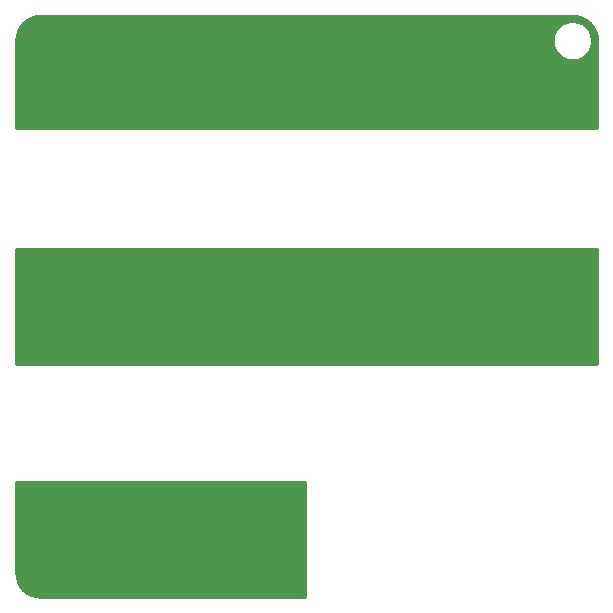
<source format=gtl>
%TF.GenerationSoftware,KiCad,Pcbnew,(5.1.10)-1*%
%TF.CreationDate,2021-10-09T18:12:54+02:00*%
%TF.ProjectId,ColorTest,436f6c6f-7254-4657-9374-2e6b69636164,rev?*%
%TF.SameCoordinates,Original*%
%TF.FileFunction,Copper,L1,Top*%
%TF.FilePolarity,Positive*%
%FSLAX46Y46*%
G04 Gerber Fmt 4.6, Leading zero omitted, Abs format (unit mm)*
G04 Created by KiCad (PCBNEW (5.1.10)-1) date 2021-10-09 18:12:54*
%MOMM*%
%LPD*%
G01*
G04 APERTURE LIST*
%TA.AperFunction,NonConductor*%
%ADD10C,0.254000*%
%TD*%
%TA.AperFunction,NonConductor*%
%ADD11C,0.100000*%
%TD*%
G04 APERTURE END LIST*
D10*
X74873000Y-99594000D02*
X52519854Y-99594000D01*
X52093654Y-99552211D01*
X51702781Y-99434199D01*
X51342274Y-99242514D01*
X51025865Y-98984457D01*
X50765609Y-98669860D01*
X50571414Y-98310704D01*
X50450677Y-97920667D01*
X50406000Y-97495594D01*
X50406000Y-89877000D01*
X74873000Y-89877000D01*
X74873000Y-99594000D01*
%TA.AperFunction,NonConductor*%
D11*
G36*
X74873000Y-99594000D02*
G01*
X52519854Y-99594000D01*
X52093654Y-99552211D01*
X51702781Y-99434199D01*
X51342274Y-99242514D01*
X51025865Y-98984457D01*
X50765609Y-98669860D01*
X50571414Y-98310704D01*
X50450677Y-97920667D01*
X50406000Y-97495594D01*
X50406000Y-89877000D01*
X74873000Y-89877000D01*
X74873000Y-99594000D01*
G37*
%TD.AperFunction*%
D10*
X97906345Y-50447789D02*
X98297222Y-50565802D01*
X98657723Y-50757484D01*
X98974131Y-51015539D01*
X99234390Y-51330138D01*
X99428586Y-51689295D01*
X99549323Y-52079333D01*
X99594000Y-52504406D01*
X99594000Y-59873000D01*
X50406000Y-59873000D01*
X50406000Y-52519854D01*
X50424054Y-52335723D01*
X95832070Y-52335723D01*
X95832070Y-52664277D01*
X95896168Y-52986517D01*
X96021900Y-53290061D01*
X96204434Y-53563243D01*
X96436757Y-53795566D01*
X96709939Y-53978100D01*
X97013483Y-54103832D01*
X97335723Y-54167930D01*
X97664277Y-54167930D01*
X97986517Y-54103832D01*
X98290061Y-53978100D01*
X98563243Y-53795566D01*
X98795566Y-53563243D01*
X98978100Y-53290061D01*
X99103832Y-52986517D01*
X99167930Y-52664277D01*
X99167930Y-52335723D01*
X99103832Y-52013483D01*
X98978100Y-51709939D01*
X98795566Y-51436757D01*
X98563243Y-51204434D01*
X98290061Y-51021900D01*
X97986517Y-50896168D01*
X97664277Y-50832070D01*
X97335723Y-50832070D01*
X97013483Y-50896168D01*
X96709939Y-51021900D01*
X96436757Y-51204434D01*
X96204434Y-51436757D01*
X96021900Y-51709939D01*
X95896168Y-52013483D01*
X95832070Y-52335723D01*
X50424054Y-52335723D01*
X50447789Y-52093655D01*
X50565802Y-51702778D01*
X50757484Y-51342277D01*
X51015539Y-51025869D01*
X51330138Y-50765610D01*
X51689295Y-50571414D01*
X52079333Y-50450677D01*
X52504406Y-50406000D01*
X97480146Y-50406000D01*
X97906345Y-50447789D01*
%TA.AperFunction,NonConductor*%
D11*
G36*
X97906345Y-50447789D02*
G01*
X98297222Y-50565802D01*
X98657723Y-50757484D01*
X98974131Y-51015539D01*
X99234390Y-51330138D01*
X99428586Y-51689295D01*
X99549323Y-52079333D01*
X99594000Y-52504406D01*
X99594000Y-59873000D01*
X50406000Y-59873000D01*
X50406000Y-52519854D01*
X50424054Y-52335723D01*
X95832070Y-52335723D01*
X95832070Y-52664277D01*
X95896168Y-52986517D01*
X96021900Y-53290061D01*
X96204434Y-53563243D01*
X96436757Y-53795566D01*
X96709939Y-53978100D01*
X97013483Y-54103832D01*
X97335723Y-54167930D01*
X97664277Y-54167930D01*
X97986517Y-54103832D01*
X98290061Y-53978100D01*
X98563243Y-53795566D01*
X98795566Y-53563243D01*
X98978100Y-53290061D01*
X99103832Y-52986517D01*
X99167930Y-52664277D01*
X99167930Y-52335723D01*
X99103832Y-52013483D01*
X98978100Y-51709939D01*
X98795566Y-51436757D01*
X98563243Y-51204434D01*
X98290061Y-51021900D01*
X97986517Y-50896168D01*
X97664277Y-50832070D01*
X97335723Y-50832070D01*
X97013483Y-50896168D01*
X96709939Y-51021900D01*
X96436757Y-51204434D01*
X96204434Y-51436757D01*
X96021900Y-51709939D01*
X95896168Y-52013483D01*
X95832070Y-52335723D01*
X50424054Y-52335723D01*
X50447789Y-52093655D01*
X50565802Y-51702778D01*
X50757484Y-51342277D01*
X51015539Y-51025869D01*
X51330138Y-50765610D01*
X51689295Y-50571414D01*
X52079333Y-50450677D01*
X52504406Y-50406000D01*
X97480146Y-50406000D01*
X97906345Y-50447789D01*
G37*
%TD.AperFunction*%
D10*
X99594001Y-79873000D02*
X50406000Y-79873000D01*
X50406000Y-70127000D01*
X99594000Y-70127000D01*
X99594001Y-79873000D01*
%TA.AperFunction,NonConductor*%
D11*
G36*
X99594001Y-79873000D02*
G01*
X50406000Y-79873000D01*
X50406000Y-70127000D01*
X99594000Y-70127000D01*
X99594001Y-79873000D01*
G37*
%TD.AperFunction*%
M02*

</source>
